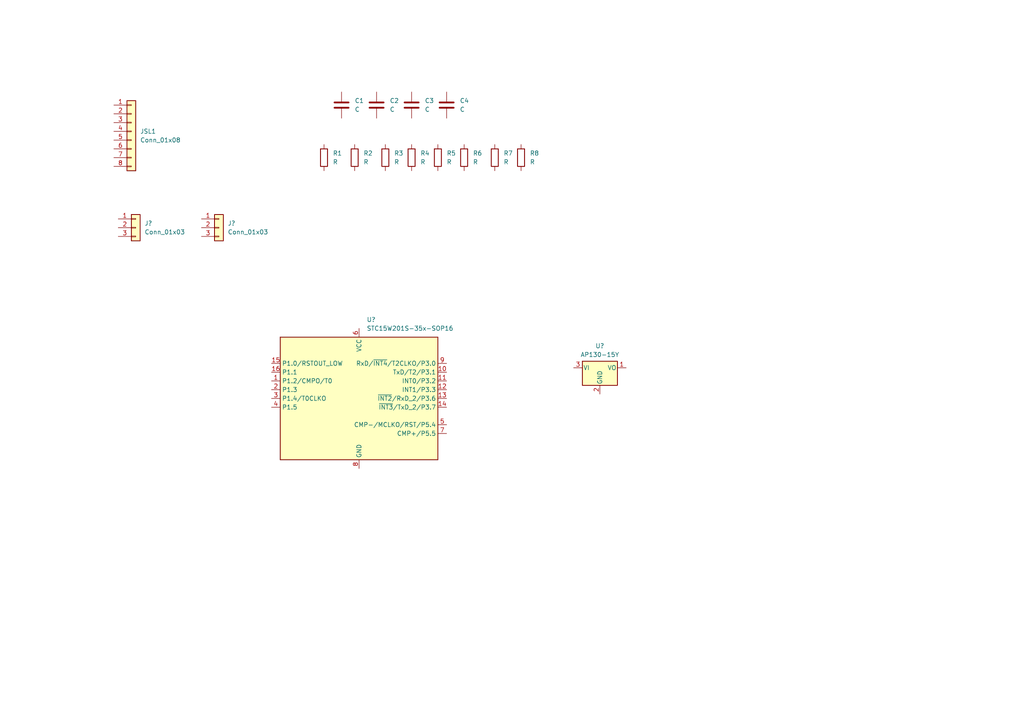
<source format=kicad_sch>
(kicad_sch (version 20230121) (generator eeschema)
  (paper "A4")
  (lib_symbols
    (symbol "Connector_Generic:Conn_01x03" (pin_names (offset 1.016) hide)
      (property "Reference" "J" (at 0 5.08 0))
      (property "Value" "Conn_01x03" (at 0 -5.08 0))
      (symbol "Conn_01x03_1_1"
        (rectangle (start -1.27 -2.413) (end 0 -2.667) (stroke (width 0.1524)))
        (rectangle (start -1.27 0.127) (end 0 -0.127) (stroke (width 0.1524)))
        (rectangle (start -1.27 2.667) (end 0 2.413) (stroke (width 0.1524)))
        (rectangle (start -1.27 3.81) (end 1.27 -3.81) (stroke (width 0.254)) (fill (type background)))
        (pin passive line (at -5.08 2.54 0) (length 3.81) (name "Pin_1") (number "1"))
        (pin passive line (at -5.08 0 0) (length 3.81) (name "Pin_2") (number "2"))
        (pin passive line (at -5.08 -2.54 0) (length 3.81) (name "Pin_3") (number "3"))
      )
    )
    (symbol "Connector_Generic:Conn_01x08" (pin_names (offset 1.016) hide)
      (property "Reference" "J" (at 0 10.16 0))
      (property "Value" "Conn_01x08" (at 0 -12.7 0))
      (symbol "Conn_01x08_1_1"
        (rectangle (start -1.27 -10.033) (end 0 -10.287) (stroke (width 0.1524)))
        (rectangle (start -1.27 -7.493) (end 0 -7.747) (stroke (width 0.1524)))
        (rectangle (start -1.27 -4.953) (end 0 -5.207) (stroke (width 0.1524)))
        (rectangle (start -1.27 -2.413) (end 0 -2.667) (stroke (width 0.1524)))
        (rectangle (start -1.27 0.127) (end 0 -0.127) (stroke (width 0.1524)))
        (rectangle (start -1.27 2.667) (end 0 2.413) (stroke (width 0.1524)))
        (rectangle (start -1.27 5.207) (end 0 4.953) (stroke (width 0.1524)))
        (rectangle (start -1.27 7.747) (end 0 7.493) (stroke (width 0.1524)))
        (rectangle (start -1.27 8.89) (end 1.27 -11.43) (stroke (width 0.254)) (fill (type background)))
        (pin passive line (at -5.08 7.62 0) (length 3.81) (name "Pin_1") (number "1"))
        (pin passive line (at -5.08 5.08 0) (length 3.81) (name "Pin_2") (number "2"))
        (pin passive line (at -5.08 2.54 0) (length 3.81) (name "Pin_3") (number "3"))
        (pin passive line (at -5.08 0 0) (length 3.81) (name "Pin_4") (number "4"))
        (pin passive line (at -5.08 -2.54 0) (length 3.81) (name "Pin_5") (number "5"))
        (pin passive line (at -5.08 -5.08 0) (length 3.81) (name "Pin_6") (number "6"))
        (pin passive line (at -5.08 -7.62 0) (length 3.81) (name "Pin_7") (number "7"))
        (pin passive line (at -5.08 -10.16 0) (length 3.81) (name "Pin_8") (number "8"))
      )
    )
    (symbol "Device:C" (pin_numbers hide) (pin_names (offset 0.254))
      (property "Reference" "C" (at 0.635 2.54 0))
      (property "Value" "C" (at 0.635 -2.54 0))
      (symbol "C_0_1"
        (polyline (pts (xy -2.032 -0.762) (xy 2.032 -0.762)) (stroke (width 0.508)))
        (polyline (pts (xy -2.032 0.762) (xy 2.032 0.762)) (stroke (width 0.508)))
      )
      (symbol "C_1_1"
        (pin passive line (at 0 3.81 270) (length 2.794) (name "~") (number "1"))
        (pin passive line (at 0 -3.81 90) (length 2.794) (name "~") (number "2"))
      )
    )
    (symbol "Device:R" (pin_numbers hide) (pin_names (offset 0))
      (property "Reference" "R" (at 2.032 0 90))
      (property "Value" "R" (at 0 0 90))
      (symbol "R_0_1"
        (rectangle (start -1.016 -2.54) (end 1.016 2.54) (stroke (width 0.254)))
      )
      (symbol "R_1_1"
        (pin passive line (at 0 3.81 270) (length 1.27) (name "~") (number "1"))
        (pin passive line (at 0 -3.81 90) (length 1.27) (name "~") (number "2"))
      )
    )
    (symbol "MCU_STC:STC15W201S-35x-SOP16"
      (property "Reference" "U" (at -22.86 19.05 0))
      (property "Value" "STC15W201S-35x-SOP16" (at 1.27 19.05 0))
      (symbol "STC15W201S-35x-SOP16_0_1"
        (rectangle (start -22.86 17.78) (end 22.86 -17.78) (stroke (width 0.254)) (fill (type background)))
      )
      (symbol "STC15W201S-35x-SOP16_1_1"
        (pin bidirectional line (at -25.4 5.08 0) (length 2.54) (name "P1.2/CMPO/T0") (number "1"))
        (pin bidirectional line (at 25.4 7.62 180) (length 2.54) (name "TxD/T2/P3.1") (number "10"))
        (pin bidirectional line (at 25.4 5.08 180) (length 2.54) (name "INT0/P3.2") (number "11"))
        (pin bidirectional line (at 25.4 2.54 180) (length 2.54) (name "INT1/P3.3") (number "12"))
        (pin bidirectional line (at 25.4 0 180) (length 2.54) (name "~{INT2}/RxD_2/P3.6") (number "13"))
        (pin bidirectional line (at 25.4 -2.54 180) (length 2.54) (name "~{INT3}/TxD_2/P3.7") (number "14"))
        (pin bidirectional line (at -25.4 10.16 0) (length 2.54) (name "P1.0/RSTOUT_LOW") (number "15"))
        (pin bidirectional line (at -25.4 7.62 0) (length 2.54) (name "P1.1") (number "16"))
        (pin bidirectional line (at -25.4 2.54 0) (length 2.54) (name "P1.3") (number "2"))
        (pin bidirectional line (at -25.4 0 0) (length 2.54) (name "P1.4/T0CLKO") (number "3"))
        (pin bidirectional line (at -25.4 -2.54 0) (length 2.54) (name "P1.5") (number "4"))
        (pin bidirectional line (at 25.4 -7.62 180) (length 2.54) (name "CMP-/MCLKO/RST/P5.4") (number "5"))
        (pin power_in line (at 0 20.32 270) (length 2.54) (name "VCC") (number "6"))
        (pin bidirectional line (at 25.4 -10.16 180) (length 2.54) (name "CMP+/P5.5") (number "7"))
        (pin power_in line (at 0 -20.32 90) (length 2.54) (name "GND") (number "8"))
        (pin bidirectional line (at 25.4 10.16 180) (length 2.54) (name "RxD/~{INT4}/T2CLKO/P3.0") (number "9"))
      )
    )
    (symbol "Regulator_Linear:AP130-15Y" (pin_names (offset 0.254))
      (property "Reference" "U" (at -3.81 3.175 0))
      (property "Value" "AP130-15Y" (at 0 3.175 0))
      (symbol "AP130-15Y_0_1"
        (rectangle (start -5.08 1.905) (end 5.08 -5.08) (stroke (width 0.254)) (fill (type background)))
      )
      (symbol "AP130-15Y_1_1"
        (pin power_out line (at 7.62 0 180) (length 2.54) (name "VO") (number "1"))
        (pin power_in line (at 0 -7.62 90) (length 2.54) (name "GND") (number "2"))
        (pin power_in line (at -7.62 0 0) (length 2.54) (name "VI") (number "3"))
      )
    )
  )
  (symbol (lib_id "Connector_Generic:Conn_01x03") (at 39.37 66.04 0) (unit 1)
    (property "Reference" "J?" (at 41.91 64.77 0) (effects (justify left)))
    (property "Value" "Conn_01x03" (at 41.91 67.31 0) (effects (justify left)))
  )
  (symbol (lib_id "Device:R") (at 111.76 45.72 0) (unit 1)
    (property "Reference" "R3" (at 114.3 44.45 0) (effects (justify left)))
    (property "Value" "R" (at 114.3 46.99 0) (effects (justify left)))
  )
  (symbol (lib_id "Device:R") (at 93.98 45.72 0) (unit 1)
    (property "Reference" "R1" (at 96.52 44.45 0) (effects (justify left)))
    (property "Value" "R" (at 96.52 46.99 0) (effects (justify left)))
  )
  (symbol (lib_id "Regulator_Linear:AP130-15Y") (at 173.99 106.68 0) (unit 1)
    (property "Reference" "U?" (at 173.99 100.33 0))
    (property "Value" "AP130-15Y" (at 173.99 102.87 0))
    (property "Footprint" "Package_TO_SOT_SMD:SOT-89-3" (effects hide))
    (property "Datasheet" "https://www.diodes.com/assets/Datasheets/AP130.pdf" (effects hide))
  )
  (symbol (lib_id "Connector_Generic:Conn_01x03") (at 63.5 66.04 0) (unit 1)
    (property "Reference" "J?" (at 66.04 64.77 0) (effects (justify left)))
    (property "Value" "Conn_01x03" (at 66.04 67.31 0) (effects (justify left)))
  )
  (symbol (lib_id "Device:C") (at 109.22 30.48 0) (unit 1)
    (property "Reference" "C2" (at 113.03 29.21 0) (effects (justify left)))
    (property "Value" "C" (at 113.03 31.75 0) (effects (justify left)))
  )
  (symbol (lib_id "Device:R") (at 143.51 45.72 0) (unit 1)
    (property "Reference" "R7" (at 146.05 44.45 0) (effects (justify left)))
    (property "Value" "R" (at 146.05 46.99 0) (effects (justify left)))
  )
  (symbol (lib_id "Device:C") (at 129.54 30.48 0) (unit 1)
    (property "Reference" "C4" (at 133.35 29.21 0) (effects (justify left)))
    (property "Value" "C" (at 133.35 31.75 0) (effects (justify left)))
  )
  (symbol (lib_id "Device:R") (at 119.38 45.72 0) (unit 1)
    (property "Reference" "R4" (at 121.92 44.45 0) (effects (justify left)))
    (property "Value" "R" (at 121.92 46.99 0) (effects (justify left)))
  )
  (symbol (lib_id "Device:R") (at 127 45.72 0) (unit 1)
    (property "Reference" "R5" (at 129.54 44.45 0) (effects (justify left)))
    (property "Value" "R" (at 129.54 46.99 0) (effects (justify left)))
  )
  (symbol (lib_id "Device:R") (at 134.62 45.72 0) (unit 1)
    (property "Reference" "R6" (at 137.16 44.45 0) (effects (justify left)))
    (property "Value" "R" (at 137.16 46.99 0) (effects (justify left)))
  )
  (symbol (lib_id "Device:C") (at 99.06 30.48 0) (unit 1)
    (property "Reference" "C1" (at 102.87 29.21 0) (effects (justify left)))
    (property "Value" "C" (at 102.87 31.75 0) (effects (justify left)))
  )
  (symbol (lib_id "Device:C") (at 119.38 30.48 0) (unit 1)
    (property "Reference" "C3" (at 123.19 29.21 0) (effects (justify left)))
    (property "Value" "C" (at 123.19 31.75 0) (effects (justify left)))
  )
  (symbol (lib_id "Device:R") (at 151.13 45.72 0) (unit 1)
    (property "Reference" "R8" (at 153.67 44.45 0) (effects (justify left)))
    (property "Value" "R" (at 153.67 46.99 0) (effects (justify left)))
  )
  (symbol (lib_id "Connector_Generic:Conn_01x08") (at 38.1 38.1 0) (unit 1)
    (property "Reference" "JSL1" (at 40.64 38.1 0) (effects (justify left)))
    (property "Value" "Conn_01x08" (at 40.64 40.64 0) (effects (justify left)))
  )
  (symbol (lib_id "Device:R") (at 102.87 45.72 0) (unit 1)
    (property "Reference" "R2" (at 105.41 44.45 0) (effects (justify left)))
    (property "Value" "R" (at 105.41 46.99 0) (effects (justify left)))
  )
  (symbol (lib_id "MCU_STC:STC15W201S-35x-SOP16") (at 104.14 115.57 0) (unit 1)
    (property "Reference" "U?" (at 106.3341 92.71 0) (effects (justify left)))
    (property "Value" "STC15W201S-35x-SOP16" (at 106.3341 95.25 0) (effects (justify left)))
    (property "Footprint" "Package_SO:STC_SOP-16_3.9x9.9mm_P1.27mm" (effects hide))
    (property "Datasheet" "www.stcmicro.com/datasheet/STC15F2K60S2-en.pdf" (effects hide))
  )
)
</source>
